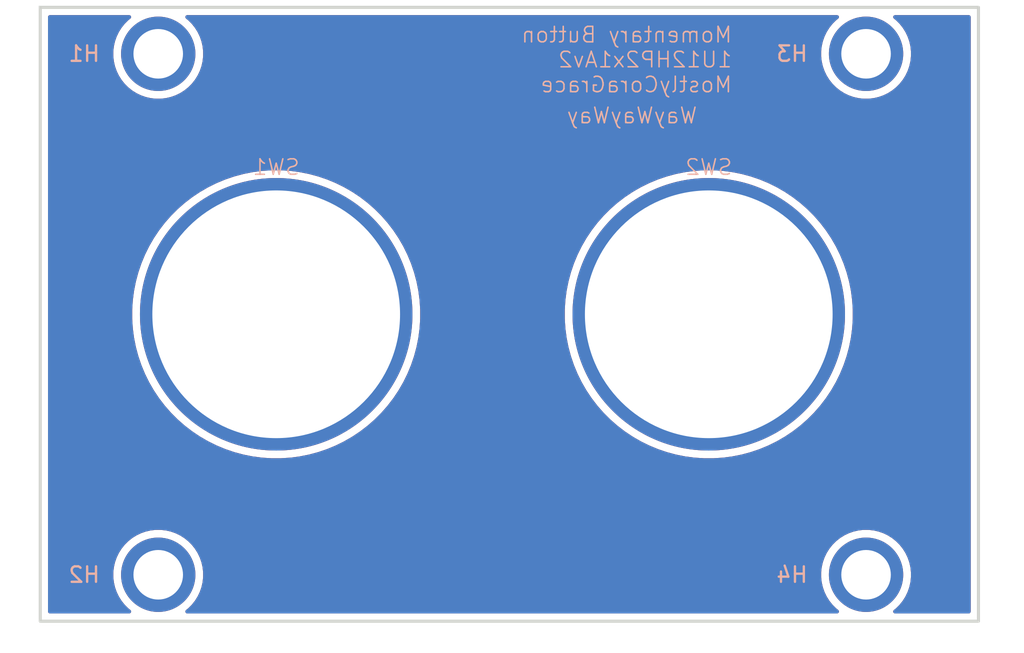
<source format=kicad_pcb>
(kicad_pcb (version 20241229) (generator "pcbnew") (generator_version "9.0")
  (layers (0 "F.Cu" signal) (2 "B.Cu" signal) (13 "F.Paste" user) (15 "B.Paste" user) (5 "F.SilkS" user "F.Silkscreen") (7 "B.SilkS" user "B.Silkscreen") (1 "F.Mask" user) (3 "B.Mask" user) (25 "Edge.Cuts" user))
  (net 0 "")
  (footprint "EXC:MountingHole_3.2mm_M3" (layer "F.Cu") (at 7.62 5.425)
    (property "Reference" "H1" (at -3.683 0 0) (layer "B.SilkS") (effects (justify left mirror)))
    (property "Value" "Eurorack_M3_MountingHole")
    (pad "" thru_hole circle (at 0 0) (size 4.8 4.8) (drill 3.2) (layers "*.Cu" "*.Mask"))
  )
  (footprint "EXC:SW_SPST_M16_Panel_Mount_Push-Button" (layer "F.Cu") (at 43.18 22.25)
    (property "Reference" "SW2" (at 0 -9.5 0) (layer "B.SilkS") (effects (font (thickness 0.1)) (justify mirror)))
    (property "Value" "SW_SPST_M16_Panel_Mount_Push-Button")
    (pad "" thru_hole circle (at 0 0) (size 17.6 17.6) (drill 16) (layers "*.Cu" "*.Mask"))
  )
  (footprint "EXC:SW_SPST_M16_Panel_Mount_Push-Button" (layer "F.Cu") (at 15.24 22.25)
    (property "Reference" "SW1" (at 0 -9.5 0) (layer "B.SilkS") (effects (font (thickness 0.1)) (justify mirror)))
    (property "Value" "SW_SPST_M16_Panel_Mount_Push-Button")
    (pad "" thru_hole circle (at 0 0) (size 17.6 17.6) (drill 16) (layers "*.Cu" "*.Mask"))
  )
  (footprint "EXC:MountingHole_3.2mm_M3" (layer "F.Cu") (at 53.34 39.075)
    (property "Reference" "H4" (at -3.683 0 0) (layer "B.SilkS") (effects (justify left mirror)))
    (property "Value" "Eurorack_M3_MountingHole")
    (pad "" thru_hole circle (at 0 0) (size 4.8 4.8) (drill 3.2) (layers "*.Cu" "*.Mask"))
  )
  (footprint "EXC:MountingHole_3.2mm_M3" (layer "F.Cu") (at 7.62 39.075)
    (property "Reference" "H2" (at -3.683 0 0) (layer "B.SilkS") (effects (justify left mirror)))
    (property "Value" "Eurorack_M3_MountingHole")
    (pad "" thru_hole circle (at 0 0) (size 4.8 4.8) (drill 3.2) (layers "*.Cu" "*.Mask"))
  )
  (footprint "EXC:MountingHole_3.2mm_M3" (layer "F.Cu") (at 53.34 5.425)
    (property "Reference" "H3" (at -3.683 0 0) (layer "B.SilkS") (effects (justify left mirror)))
    (property "Value" "Eurorack_M3_MountingHole")
    (pad "" thru_hole circle (at 0 0) (size 4.8 4.8) (drill 3.2) (layers "*.Cu" "*.Mask"))
  )
  (gr_rect (start 0 2.425) (end 60.6 42.075) (stroke (width 0.2)) (fill no) (layer "Edge.Cuts"))
  (gr_text "Momentary Button\n1U12HP2x1Av2\nMostlyCoraGrace" (at 44.75 8 0) (layer "B.SilkS") (effects (font (size 1 1) (thickness 0.1)) (justify left bottom mirror)))
  (gr_text "WayWayWay" (at 42.5 10 0) (layer "B.SilkS") (effects (font (size 1 1) (thickness 0.1)) (justify left bottom mirror)))
  (zone (net 0) (net_name "") (layers "F.Cu" "B.Cu") (connect_pads (clearance 0.5)) (min_thickness 0.25) (fill yes (thermal_gap 0.5) (thermal_bridge_width 0.5) (island_removal_mode 1) (island_area_min 10))
    (polygon (pts (xy 0 2.425) (xy 60.6 2.425) (xy 60.6 42.075) (xy 0 42.075)))
  )
)
</source>
